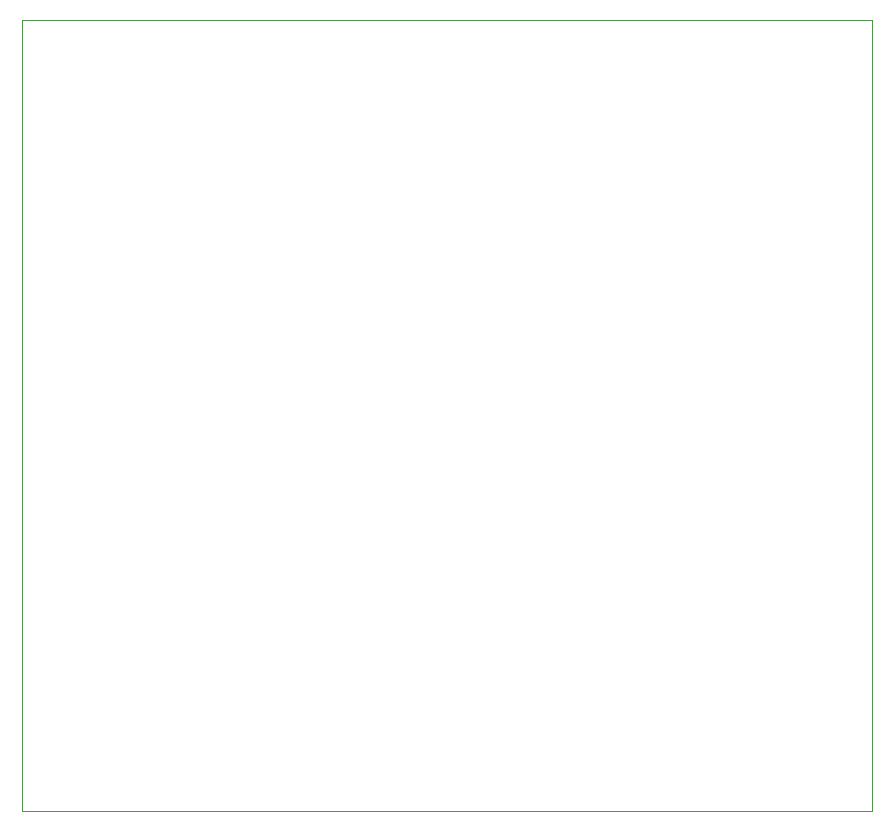
<source format=gbr>
%TF.GenerationSoftware,KiCad,Pcbnew,8.0.6*%
%TF.CreationDate,2025-01-14T13:26:05-05:00*%
%TF.ProjectId,LVDS_RasPi_Hat,4c564453-5f52-4617-9350-695f4861742e,rev?*%
%TF.SameCoordinates,Original*%
%TF.FileFunction,Profile,NP*%
%FSLAX46Y46*%
G04 Gerber Fmt 4.6, Leading zero omitted, Abs format (unit mm)*
G04 Created by KiCad (PCBNEW 8.0.6) date 2025-01-14 13:26:05*
%MOMM*%
%LPD*%
G01*
G04 APERTURE LIST*
%TA.AperFunction,Profile*%
%ADD10C,0.050000*%
%TD*%
G04 APERTURE END LIST*
D10*
X25152500Y-22500000D02*
X97152500Y-22500000D01*
X97152500Y-89500000D01*
X25152500Y-89500000D01*
X25152500Y-22500000D01*
M02*

</source>
